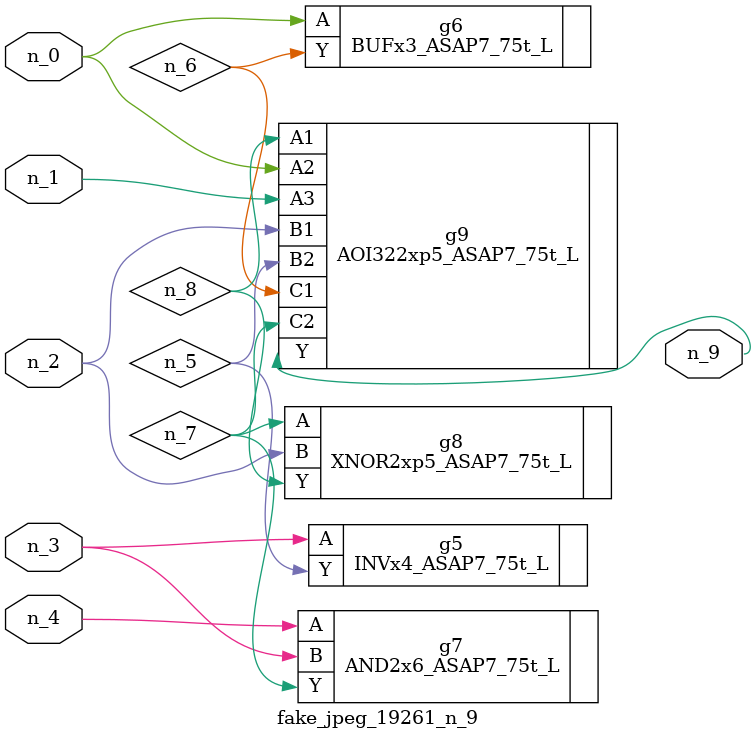
<source format=v>
module fake_jpeg_19261_n_9 (n_3, n_2, n_1, n_0, n_4, n_9);

input n_3;
input n_2;
input n_1;
input n_0;
input n_4;

output n_9;

wire n_8;
wire n_6;
wire n_5;
wire n_7;

INVx4_ASAP7_75t_L g5 ( 
.A(n_3),
.Y(n_5)
);

BUFx3_ASAP7_75t_L g6 ( 
.A(n_0),
.Y(n_6)
);

AND2x6_ASAP7_75t_L g7 ( 
.A(n_4),
.B(n_3),
.Y(n_7)
);

XNOR2xp5_ASAP7_75t_L g8 ( 
.A(n_7),
.B(n_2),
.Y(n_8)
);

AOI322xp5_ASAP7_75t_L g9 ( 
.A1(n_8),
.A2(n_0),
.A3(n_1),
.B1(n_2),
.B2(n_5),
.C1(n_6),
.C2(n_7),
.Y(n_9)
);


endmodule
</source>
